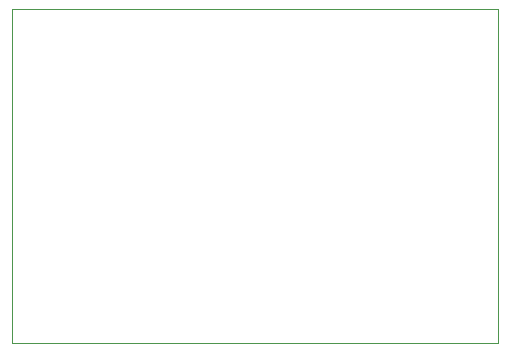
<source format=gbr>
%TF.GenerationSoftware,KiCad,Pcbnew,9.0.1*%
%TF.CreationDate,2025-04-27T11:51:02-04:00*%
%TF.ProjectId,ServoBreakout,53657276-6f42-4726-9561-6b6f75742e6b,rev?*%
%TF.SameCoordinates,Original*%
%TF.FileFunction,Profile,NP*%
%FSLAX46Y46*%
G04 Gerber Fmt 4.6, Leading zero omitted, Abs format (unit mm)*
G04 Created by KiCad (PCBNEW 9.0.1) date 2025-04-27 11:51:02*
%MOMM*%
%LPD*%
G01*
G04 APERTURE LIST*
%TA.AperFunction,Profile*%
%ADD10C,0.050000*%
%TD*%
G04 APERTURE END LIST*
D10*
X98171000Y-66802000D02*
X139319000Y-66802000D01*
X139319000Y-95123000D01*
X98171000Y-95123000D01*
X98171000Y-66802000D01*
M02*

</source>
